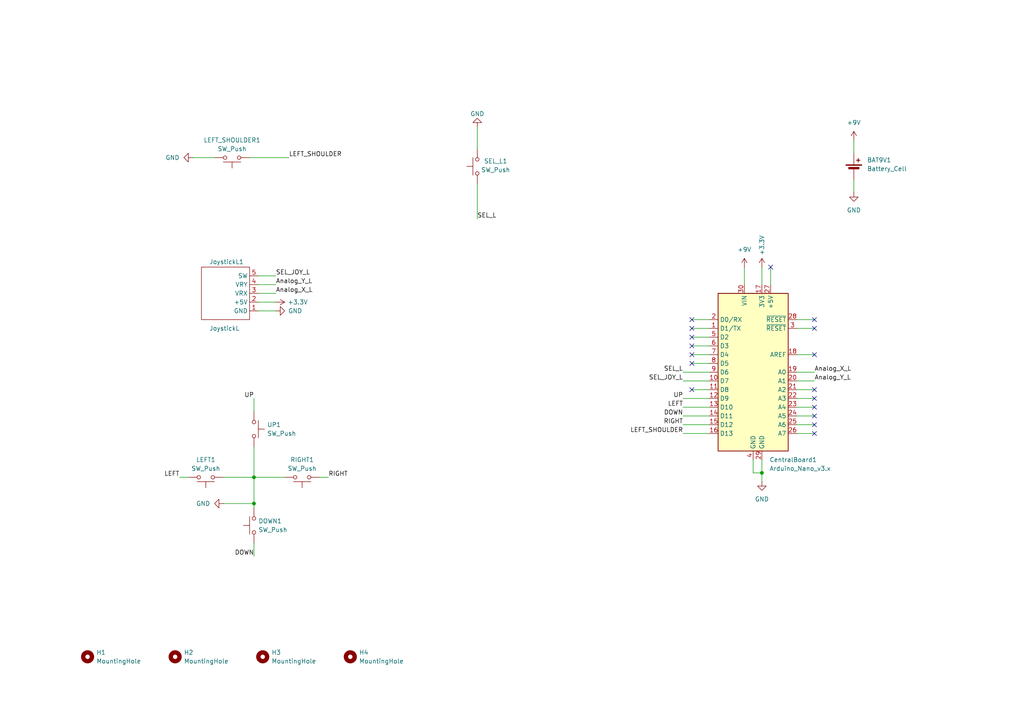
<source format=kicad_sch>
(kicad_sch (version 20231120) (generator "eeschema") (generator_version "8.0")
  (paper "A4")
  (title_block (title "Left Bluetooth Controller PCB") (date "2024-05-02") (rev "V01") (company "Instituto Superior Técnico") (comment 4 "Author: João Duarte"))
  (lib_symbols
    (symbol "Device:Battery_Cell" (pin_numbers hide) (pin_names (offset 0) hide)
      (property "Reference" "BT" (at 2.54 2.54 0))
      (property "Value" "Battery_Cell" (at 2.54 0 0))
      (symbol "Battery_Cell_0_1"
        (rectangle (start -2.286 1.778) (end 2.286 1.524) (fill (type outline)))
        (rectangle (start -1.524 1.016) (end 1.524 0.508) (fill (type outline)))
        (polyline (pts (xy 0 0.762) (xy 0 0)))
        (polyline (pts (xy 0 1.778) (xy 0 2.54)))
        (polyline (pts (xy 0.762 3.048) (xy 1.778 3.048)) (stroke (width 0.254)))
        (polyline (pts (xy 1.27 3.556) (xy 1.27 2.54)) (stroke (width 0.254)))
      )
      (symbol "Battery_Cell_1_1"
        (pin passive line (at 0 5.08 270) (length 2.54) (name "+") (number "1"))
        (pin passive line (at 0 -2.54 90) (length 2.54) (name "-") (number "2"))
      )
    )
    (symbol "Joystick:Joystick"
      (property "Reference" "U" (at -0.762 9.144 0))
      (symbol "Joystick_0_1"
        (rectangle (start -7.62 7.62) (end 6.35 -7.62))
      )
      (symbol "Joystick_1_1"
        (pin input line (at -10.16 5.08 0) (length 2.54) (name "GND") (number "1"))
        (pin input line (at -10.16 2.54 0) (length 2.54) (name "+5V") (number "2"))
        (pin output line (at -10.16 0 0) (length 2.54) (name "VRX") (number "3"))
        (pin output line (at -10.16 -2.54 0) (length 2.54) (name "VRY") (number "4"))
        (pin output line (at -10.16 -5.08 0) (length 2.54) (name "SW") (number "5"))
      )
    )
    (symbol "MCU_Module:Arduino_Nano_v3.x"
      (property "Reference" "A" (at -10.16 23.495 0))
      (property "Value" "Arduino_Nano_v3.x" (at 5.08 -24.13 0))
      (symbol "Arduino_Nano_v3.x_0_1"
        (rectangle (start -10.16 22.86) (end 10.16 -22.86) (stroke (width 0.254)) (fill (type background)))
      )
      (symbol "Arduino_Nano_v3.x_1_1"
        (pin bidirectional line (at -12.7 12.7 0) (length 2.54) (name "D1/TX") (number "1"))
        (pin bidirectional line (at -12.7 -2.54 0) (length 2.54) (name "D7") (number "10"))
        (pin bidirectional line (at -12.7 -5.08 0) (length 2.54) (name "D8") (number "11"))
        (pin bidirectional line (at -12.7 -7.62 0) (length 2.54) (name "D9") (number "12"))
        (pin bidirectional line (at -12.7 -10.16 0) (length 2.54) (name "D10") (number "13"))
        (pin bidirectional line (at -12.7 -12.7 0) (length 2.54) (name "D11") (number "14"))
        (pin bidirectional line (at -12.7 -15.24 0) (length 2.54) (name "D12") (number "15"))
        (pin bidirectional line (at -12.7 -17.78 0) (length 2.54) (name "D13") (number "16"))
        (pin power_out line (at 2.54 25.4 270) (length 2.54) (name "3V3") (number "17"))
        (pin input line (at 12.7 5.08 180) (length 2.54) (name "AREF") (number "18"))
        (pin bidirectional line (at 12.7 0 180) (length 2.54) (name "A0") (number "19"))
        (pin bidirectional line (at -12.7 15.24 0) (length 2.54) (name "D0/RX") (number "2"))
        (pin bidirectional line (at 12.7 -2.54 180) (length 2.54) (name "A1") (number "20"))
        (pin bidirectional line (at 12.7 -5.08 180) (length 2.54) (name "A2") (number "21"))
        (pin bidirectional line (at 12.7 -7.62 180) (length 2.54) (name "A3") (number "22"))
        (pin bidirectional line (at 12.7 -10.16 180) (length 2.54) (name "A4") (number "23"))
        (pin bidirectional line (at 12.7 -12.7 180) (length 2.54) (name "A5") (number "24"))
        (pin bidirectional line (at 12.7 -15.24 180) (length 2.54) (name "A6") (number "25"))
        (pin bidirectional line (at 12.7 -17.78 180) (length 2.54) (name "A7") (number "26"))
        (pin power_out line (at 5.08 25.4 270) (length 2.54) (name "+5V") (number "27"))
        (pin input line (at 12.7 15.24 180) (length 2.54) (name "~{RESET}") (number "28"))
        (pin power_in line (at 2.54 -25.4 90) (length 2.54) (name "GND") (number "29"))
        (pin input line (at 12.7 12.7 180) (length 2.54) (name "~{RESET}") (number "3"))
        (pin power_in line (at -2.54 25.4 270) (length 2.54) (name "VIN") (number "30"))
        (pin power_in line (at 0 -25.4 90) (length 2.54) (name "GND") (number "4"))
        (pin bidirectional line (at -12.7 10.16 0) (length 2.54) (name "D2") (number "5"))
        (pin bidirectional line (at -12.7 7.62 0) (length 2.54) (name "D3") (number "6"))
        (pin bidirectional line (at -12.7 5.08 0) (length 2.54) (name "D4") (number "7"))
        (pin bidirectional line (at -12.7 2.54 0) (length 2.54) (name "D5") (number "8"))
        (pin bidirectional line (at -12.7 0 0) (length 2.54) (name "D6") (number "9"))
      )
    )
    (symbol "Mechanical:MountingHole" (pin_names (offset 1.016)) (exclude_from_sim yes) (in_bom no)
      (property "Reference" "H" (at 0 5.08 0))
      (property "Value" "MountingHole" (at 0 3.175 0))
      (symbol "MountingHole_0_1"
        (circle (center 0 0) (radius 1.27) (stroke (width 1.27)))
      )
    )
    (symbol "Switch:SW_Push" (pin_numbers hide) (pin_names (offset 1.016) hide)
      (property "Reference" "SW" (at 1.27 2.54 0))
      (property "Value" "SW_Push" (at 0 -1.524 0))
      (symbol "SW_Push_0_1"
        (circle (center -2.032 0) (radius 0.508))
        (polyline (pts (xy 0 1.27) (xy 0 3.048)))
        (polyline (pts (xy 2.54 1.27) (xy -2.54 1.27)))
        (circle (center 2.032 0) (radius 0.508))
        (pin passive line (at -5.08 0 0) (length 2.54) (name "1") (number "1"))
        (pin passive line (at 5.08 0 180) (length 2.54) (name "2") (number "2"))
      )
    )
    (symbol "power:+3.3V" (power) (pin_numbers hide) (pin_names (offset 0) hide)
      (property "Value" "+3.3V" (at 0 3.556 0))
      (symbol "+3.3V_0_1"
        (polyline (pts (xy -0.762 1.27) (xy 0 2.54)))
        (polyline (pts (xy 0 0) (xy 0 2.54)))
        (polyline (pts (xy 0 2.54) (xy 0.762 1.27)))
      )
      (symbol "+3.3V_1_1"
        (pin power_in line (at 0 0 90) (length 0) (name "~") (number "1"))
      )
    )
    (symbol "power:+9V" (power) (pin_numbers hide) (pin_names (offset 0) hide)
      (property "Value" "+9V" (at 0 3.556 0))
      (symbol "+9V_0_1"
        (polyline (pts (xy -0.762 1.27) (xy 0 2.54)))
        (polyline (pts (xy 0 0) (xy 0 2.54)))
        (polyline (pts (xy 0 2.54) (xy 0.762 1.27)))
      )
      (symbol "+9V_1_1"
        (pin power_in line (at 0 0 90) (length 0) (name "~") (number "1"))
      )
    )
    (symbol "power:GND" (power) (pin_numbers hide) (pin_names (offset 0) hide)
      (property "Value" "GND" (at 0 -3.81 0))
      (symbol "GND_0_1"
        (polyline (pts (xy 0 0) (xy 0 -1.27) (xy 1.27 -1.27) (xy 0 -2.54) (xy -1.27 -1.27) (xy 0 -1.27)))
      )
      (symbol "GND_1_1"
        (pin power_in line (at 0 0 270) (length 0) (name "~") (number "1"))
      )
    )
  )
  (junction (at 220.98 137.16))
  (junction (at 73.66 138.43))
  (junction (at 73.66 146.05))
  (no_connect (at 200.66 105.41))
  (no_connect (at 200.66 97.79))
  (no_connect (at 223.52 77.47))
  (no_connect (at 236.22 123.19))
  (no_connect (at 236.22 125.73))
  (no_connect (at 200.66 102.87))
  (no_connect (at 236.22 92.71))
  (no_connect (at 200.66 100.33))
  (no_connect (at 200.66 95.25))
  (no_connect (at 236.22 120.65))
  (no_connect (at 236.22 113.03))
  (no_connect (at 236.22 118.11))
  (no_connect (at 236.22 102.87))
  (no_connect (at 236.22 115.57))
  (no_connect (at 200.66 92.71))
  (no_connect (at 200.66 113.03))
  (no_connect (at 236.22 95.25))
  (wire (pts (xy 80.01 82.55) (xy 74.93 82.55)))
  (wire (pts (xy 218.44 133.35) (xy 218.44 137.16)))
  (wire (pts (xy 73.66 157.48) (xy 73.66 161.29)))
  (wire (pts (xy 198.12 107.95) (xy 205.74 107.95)))
  (wire (pts (xy 231.14 125.73) (xy 236.22 125.73)))
  (wire (pts (xy 205.74 92.71) (xy 200.66 92.71)))
  (wire (pts (xy 231.14 92.71) (xy 236.22 92.71)))
  (wire (pts (xy 236.22 123.19) (xy 231.14 123.19)))
  (wire (pts (xy 205.74 97.79) (xy 200.66 97.79)))
  (wire (pts (xy 231.14 115.57) (xy 236.22 115.57)))
  (wire (pts (xy 74.93 90.17) (xy 80.01 90.17)))
  (wire (pts (xy 231.14 120.65) (xy 236.22 120.65)))
  (wire (pts (xy 64.77 138.43) (xy 73.66 138.43)))
  (wire (pts (xy 198.12 123.19) (xy 205.74 123.19)))
  (wire (pts (xy 200.66 100.33) (xy 205.74 100.33)))
  (wire (pts (xy 205.74 95.25) (xy 200.66 95.25)))
  (wire (pts (xy 200.66 102.87) (xy 205.74 102.87)))
  (wire (pts (xy 231.14 95.25) (xy 236.22 95.25)))
  (wire (pts (xy 231.14 107.95) (xy 236.22 107.95)))
  (wire (pts (xy 73.66 129.54) (xy 73.66 138.43)))
  (wire (pts (xy 200.66 105.41) (xy 205.74 105.41)))
  (wire (pts (xy 52.07 138.43) (xy 54.61 138.43)))
  (wire (pts (xy 198.12 125.73) (xy 205.74 125.73)))
  (wire (pts (xy 200.66 113.03) (xy 205.74 113.03)))
  (wire (pts (xy 247.65 52.07) (xy 247.65 55.88)))
  (wire (pts (xy 73.66 115.57) (xy 73.66 119.38)))
  (wire (pts (xy 72.39 45.72) (xy 83.82 45.72)))
  (wire (pts (xy 231.14 102.87) (xy 236.22 102.87)))
  (wire (pts (xy 198.12 110.49) (xy 205.74 110.49)))
  (wire (pts (xy 198.12 115.57) (xy 205.74 115.57)))
  (wire (pts (xy 73.66 138.43) (xy 82.55 138.43)))
  (wire (pts (xy 138.43 36.83) (xy 138.43 43.18)))
  (wire (pts (xy 220.98 133.35) (xy 220.98 137.16)))
  (wire (pts (xy 198.12 118.11) (xy 205.74 118.11)))
  (wire (pts (xy 73.66 146.05) (xy 73.66 147.32)))
  (wire (pts (xy 220.98 77.47) (xy 220.98 82.55)))
  (wire (pts (xy 138.43 53.34) (xy 138.43 63.5)))
  (wire (pts (xy 55.88 45.72) (xy 62.23 45.72)))
  (wire (pts (xy 247.65 40.64) (xy 247.65 44.45)))
  (wire (pts (xy 74.93 87.63) (xy 80.01 87.63)))
  (wire (pts (xy 223.52 82.55) (xy 223.52 77.47)))
  (wire (pts (xy 92.71 138.43) (xy 95.25 138.43)))
  (wire (pts (xy 218.44 137.16) (xy 220.98 137.16)))
  (wire (pts (xy 64.77 146.05) (xy 73.66 146.05)))
  (wire (pts (xy 231.14 113.03) (xy 236.22 113.03)))
  (wire (pts (xy 73.66 138.43) (xy 73.66 146.05)))
  (wire (pts (xy 220.98 137.16) (xy 220.98 139.7)))
  (wire (pts (xy 80.01 85.09) (xy 74.93 85.09)))
  (wire (pts (xy 74.93 80.01) (xy 80.01 80.01)))
  (wire (pts (xy 231.14 118.11) (xy 236.22 118.11)))
  (wire (pts (xy 198.12 120.65) (xy 205.74 120.65)))
  (wire (pts (xy 215.9 82.55) (xy 215.9 77.47)))
  (wire (pts (xy 231.14 110.49) (xy 236.22 110.49)))
  (label "RIGHT" (at 198.12 123.19 180))
  (label "Analog_X_L" (at 80.01 85.09 0))
  (label "SEL_L" (at 198.12 107.95 180))
  (label "Analog_Y_L" (at 80.01 82.55 0))
  (label "DOWN" (at 73.66 161.29 180))
  (label "Analog_Y_L" (at 236.22 110.49 0))
  (label "RIGHT" (at 95.25 138.43 0))
  (label "SEL_JOY_L" (at 80.01 80.01 0))
  (label "LEFT" (at 52.07 138.43 180))
  (label "Analog_X_L" (at 236.22 107.95 0))
  (label "UP" (at 73.66 115.57 180))
  (label "SEL_JOY_L" (at 198.12 110.49 180))
  (label "LEFT_SHOULDER" (at 83.82 45.72 0))
  (label "LEFT" (at 198.12 118.11 180))
  (label "UP" (at 198.12 115.57 180))
  (label "SEL_L" (at 138.43 63.5 0))
  (label "DOWN" (at 198.12 120.65 180))
  (label "LEFT_SHOULDER" (at 198.12 125.73 180))
  (symbol (lib_id "Mechanical:MountingHole") (at 101.6 190.5 0) (unit 1) (exclude_from_sim yes) (in_bom no)
    (property "Reference" "H4" (at 104.14 189.2299 0) (effects (justify left)))
    (property "Value" "MountingHole" (at 104.14 191.7699 0) (effects (justify left)))
    (property "Footprint" "MountingHole:MountingHole_3.2mm_M3" (effects (hide yes)))
    (property "Description" "Mounting Hole without connection" (effects (hide yes)))
  )
  (symbol (lib_id "power:GND") (at 138.43 36.83 180) (unit 1)
    (property "Reference" "#PWR09" (effects (hide yes)))
    (property "Value" "GND" (at 136.398 33.02 0) (effects (justify right)))
    (property "Description" "Power symbol creates a global label with name \"GND\" , ground" (effects (hide yes)))
  )
  (symbol (lib_id "power:GND") (at 64.77 146.05 270) (unit 1)
    (property "Reference" "#PWR02" (effects (hide yes)))
    (property "Value" "GND" (at 60.96 146.0499 90) (effects (justify right)))
    (property "Description" "Power symbol creates a global label with name \"GND\" , ground" (effects (hide yes)))
  )
  (symbol (lib_id "power:+9V") (at 215.9 77.47 0) (unit 1)
    (property "Reference" "#PWR03" (effects (hide yes)))
    (property "Value" "+9V" (at 215.9 72.39 0))
    (property "Description" "Power symbol creates a global label with name \"+9V\"" (effects (hide yes)))
  )
  (symbol (lib_id "Switch:SW_Push") (at 73.66 124.46 270) (unit 1)
    (property "Reference" "UP1" (at 77.47 123.1899 90) (effects (justify left)))
    (property "Value" "SW_Push" (at 77.47 125.7299 90) (effects (justify left)))
    (property "Footprint" "Button_Switch_THT:SW_PUSH_6mm" (effects (hide yes)))
    (property "Datasheet" "https://www.sunrom.com/download/434.pdf" (effects (hide yes)))
    (property "Description" "Push button switch, generic, two pins" (effects (hide yes)))
  )
  (symbol (lib_id "Switch:SW_Push") (at 138.43 48.26 90) (unit 1)
    (property "Reference" "SEL_L1" (at 143.764 46.736 90))
    (property "Value" "SW_Push" (at 143.764 49.276 90))
    (property "Footprint" "Button_Switch_THT:SW_PUSH_6mm" (effects (hide yes)))
    (property "Datasheet" "https://www.sunrom.com/download/434.pdf" (effects (hide yes)))
    (property "Description" "Push button switch, generic, two pins" (effects (hide yes)))
  )
  (symbol (lib_id "Switch:SW_Push") (at 73.66 152.4 90) (unit 1)
    (property "Reference" "DOWN1" (at 74.93 151.1299 90) (effects (justify right)))
    (property "Value" "SW_Push" (at 74.93 153.6699 90) (effects (justify right)))
    (property "Footprint" "Button_Switch_THT:SW_PUSH_6mm" (effects (hide yes)))
    (property "Datasheet" "https://www.sunrom.com/download/434.pdf" (effects (hide yes)))
    (property "Description" "Push button switch, generic, two pins" (effects (hide yes)))
  )
  (symbol (lib_id "Mechanical:MountingHole") (at 25.4 190.5 0) (unit 1) (exclude_from_sim yes) (in_bom no)
    (property "Reference" "H1" (at 27.94 189.2299 0) (effects (justify left)))
    (property "Value" "MountingHole" (at 27.94 191.7699 0) (effects (justify left)))
    (property "Footprint" "MountingHole:MountingHole_3.2mm_M3" (effects (hide yes)))
    (property "Description" "Mounting Hole without connection" (effects (hide yes)))
  )
  (symbol (lib_id "power:+3.3V") (at 80.01 87.63 270) (unit 1)
    (property "Reference" "#PWR07" (effects (hide yes)))
    (property "Value" "+3.3V" (at 86.36 87.63 90))
    (property "Description" "Power symbol creates a global label with name \"+3.3V\"" (effects (hide yes)))
  )
  (symbol (lib_id "Switch:SW_Push") (at 59.69 138.43 180) (unit 1)
    (property "Reference" "LEFT1" (at 59.69 133.35 0))
    (property "Value" "SW_Push" (at 59.69 135.89 0))
    (property "Footprint" "Button_Switch_THT:SW_PUSH_6mm" (effects (hide yes)))
    (property "Datasheet" "https://www.sunrom.com/download/434.pdf" (effects (hide yes)))
    (property "Description" "Push button switch, generic, two pins" (effects (hide yes)))
  )
  (symbol (lib_id "power:GND") (at 55.88 45.72 270) (unit 1)
    (property "Reference" "#PWR04" (effects (hide yes)))
    (property "Value" "GND" (at 52.07 45.7199 90) (effects (justify right)))
    (property "Description" "Power symbol creates a global label with name \"GND\" , ground" (effects (hide yes)))
  )
  (symbol (lib_id "Switch:SW_Push") (at 87.63 138.43 180) (unit 1)
    (property "Reference" "RIGHT1" (at 87.63 133.35 0))
    (property "Value" "SW_Push" (at 87.63 135.89 0))
    (property "Footprint" "Button_Switch_THT:SW_PUSH_6mm" (effects (hide yes)))
    (property "Datasheet" "https://www.sunrom.com/download/434.pdf" (effects (hide yes)))
    (property "Description" "Push button switch, generic, two pins" (effects (hide yes)))
  )
  (symbol (lib_id "Switch:SW_Push") (at 67.31 45.72 180) (unit 1)
    (property "Reference" "LEFT_SHOULDER1" (at 67.31 40.64 0))
    (property "Value" "SW_Push" (at 67.31 43.18 0))
    (property "Footprint" "Button_Switch_THT:SW_PUSH_6mm" (effects (hide yes)))
    (property "Datasheet" "https://www.sunrom.com/download/434.pdf" (effects (hide yes)))
    (property "Description" "Push button switch, generic, two pins" (effects (hide yes)))
  )
  (symbol (lib_id "Mechanical:MountingHole") (at 50.8 190.5 0) (unit 1) (exclude_from_sim yes) (in_bom no)
    (property "Reference" "H2" (at 53.34 189.2299 0) (effects (justify left)))
    (property "Value" "MountingHole" (at 53.34 191.7699 0) (effects (justify left)))
    (property "Footprint" "MountingHole:MountingHole_3.2mm_M3" (effects (hide yes)))
    (property "Description" "Mounting Hole without connection" (effects (hide yes)))
  )
  (symbol (lib_id "power:GND") (at 80.01 90.17 90) (unit 1)
    (property "Reference" "#PWR06" (effects (hide yes)))
    (property "Value" "GND" (at 83.566 90.17 90) (effects (justify right)))
    (property "Description" "Power symbol creates a global label with name \"GND\" , ground" (effects (hide yes)))
  )
  (symbol (lib_id "Joystick:Joystick") (at 64.77 85.09 180) (unit 1)
    (property "Reference" "JoystickL1" (at 60.706 75.946 0) (effects (justify right)))
    (property "Value" "JoystickL" (at 60.706 95.25 0) (effects (justify right)))
    (property "Footprint" "Controller:Joystick" (effects (hide yes)))
    (property "Datasheet" "https://datasheetspdf.com/pdf-down/K/Y/-/KY-023-Joy-IT.pdf" (effects (hide yes)))
  )
  (symbol (lib_id "Mechanical:MountingHole") (at 76.2 190.5 0) (unit 1) (exclude_from_sim yes) (in_bom no)
    (property "Reference" "H3" (at 78.74 189.2299 0) (effects (justify left)))
    (property "Value" "MountingHole" (at 78.74 191.7699 0) (effects (justify left)))
    (property "Footprint" "MountingHole:MountingHole_3.2mm_M3" (effects (hide yes)))
    (property "Description" "Mounting Hole without connection" (effects (hide yes)))
  )
  (symbol (lib_id "power:GND") (at 220.98 139.7 0) (unit 1)
    (property "Reference" "#PWR01" (effects (hide yes)))
    (property "Value" "GND" (at 220.98 144.78 0))
    (property "Description" "Power symbol creates a global label with name \"GND\" , ground" (effects (hide yes)))
  )
  (symbol (lib_id "power:+3.3V") (at 220.98 77.47 0) (unit 1)
    (property "Reference" "#PWR010" (effects (hide yes)))
    (property "Value" "+3.3V" (at 220.98 71.12 90))
    (property "Description" "Power symbol creates a global label with name \"+3.3V\"" (effects (hide yes)))
  )
  (symbol (lib_id "power:+9V") (at 247.65 40.64 0) (unit 1)
    (property "Reference" "#PWR08" (effects (hide yes)))
    (property "Value" "+9V" (at 247.65 35.56 0))
    (property "Description" "Power symbol creates a global label with name \"+9V\"" (effects (hide yes)))
  )
  (symbol (lib_id "MCU_Module:Arduino_Nano_v3.x") (at 218.44 107.95 0) (unit 1)
    (property "Reference" "CentralBoard1" (at 223.1741 133.35 0) (effects (justify left)))
    (property "Value" "Arduino_Nano_v3.x" (at 223.1741 135.89 0) (effects (justify left)))
    (property "Footprint" "Module:Arduino_Nano" (effects (hide yes)))
    (property "Datasheet" "https://docs.arduino.cc/resources/datasheets/ABX00083-datasheet.pdf" (effects (hide yes)))
    (property "Description" "Arduino Nano v3.x" (effects (hide yes)))
  )
  (symbol (lib_id "Device:Battery_Cell") (at 247.65 49.53 0) (unit 1)
    (property "Reference" "BAT9V1" (at 251.46 46.4184 0) (effects (justify left)))
    (property "Value" "Battery_Cell" (at 251.46 48.9584 0) (effects (justify left)))
    (property "Footprint" "Battery:BatteryHolder_MPD_BA9VPC_1xPP3" (effects (hide yes)))
    (property "Datasheet" "https://data.energizer.com/pdfs/522.pdf" (effects (hide yes)))
    (property "Description" "Single-cell battery" (effects (hide yes)))
  )
  (symbol (lib_id "power:GND") (at 247.65 55.88 0) (unit 1)
    (property "Reference" "#PWR05" (effects (hide yes)))
    (property "Value" "GND" (at 247.65 60.96 0))
    (property "Description" "Power symbol creates a global label with name \"GND\" , ground" (effects (hide yes)))
  )
)
</source>
